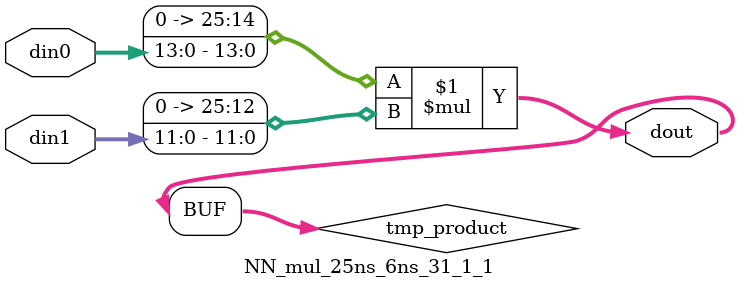
<source format=v>

`timescale 1 ns / 1 ps

 module NN_mul_25ns_6ns_31_1_1(din0, din1, dout);
parameter ID = 1;
parameter NUM_STAGE = 0;
parameter din0_WIDTH = 14;
parameter din1_WIDTH = 12;
parameter dout_WIDTH = 26;

input [din0_WIDTH - 1 : 0] din0; 
input [din1_WIDTH - 1 : 0] din1; 
output [dout_WIDTH - 1 : 0] dout;

wire signed [dout_WIDTH - 1 : 0] tmp_product;
























assign tmp_product = $signed({1'b0, din0}) * $signed({1'b0, din1});











assign dout = tmp_product;





















endmodule

</source>
